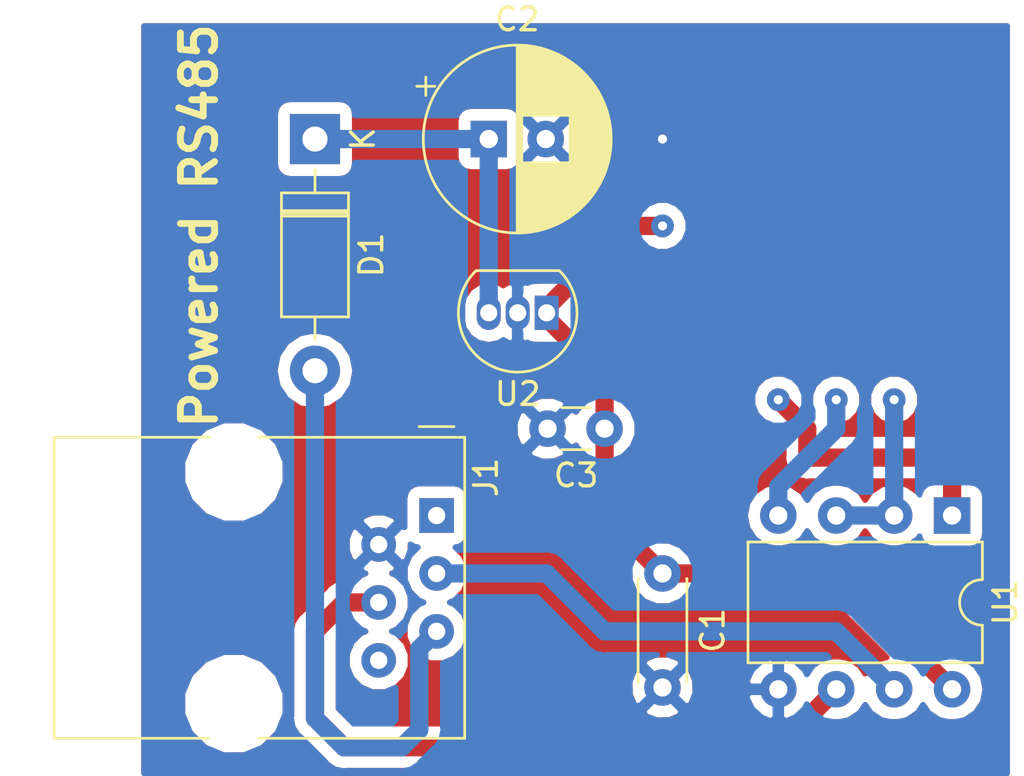
<source format=kicad_pcb>
(kicad_pcb (version 20171130) (host pcbnew 5.0.1-33cea8e~67~ubuntu18.04.1)

  (general
    (thickness 1.6)
    (drawings 1)
    (tracks 43)
    (zones 0)
    (modules 7)
    (nets 12)
  )

  (page A4)
  (layers
    (0 F.Cu signal)
    (31 B.Cu signal)
    (32 B.Adhes user)
    (33 F.Adhes user)
    (34 B.Paste user)
    (35 F.Paste user)
    (36 B.SilkS user)
    (37 F.SilkS user)
    (38 B.Mask user)
    (39 F.Mask user)
    (40 Dwgs.User user)
    (41 Cmts.User user)
    (42 Eco1.User user)
    (43 Eco2.User user)
    (44 Edge.Cuts user)
    (45 Margin user)
    (46 B.CrtYd user)
    (47 F.CrtYd user)
    (48 B.Fab user)
    (49 F.Fab user)
  )

  (setup
    (last_trace_width 0.8)
    (trace_clearance 0.2)
    (zone_clearance 0.508)
    (zone_45_only no)
    (trace_min 0.2)
    (segment_width 0.2)
    (edge_width 0.15)
    (via_size 1)
    (via_drill 0.4)
    (via_min_size 0.4)
    (via_min_drill 0.3)
    (uvia_size 0.3)
    (uvia_drill 0.1)
    (uvias_allowed no)
    (uvia_min_size 0.2)
    (uvia_min_drill 0.1)
    (pcb_text_width 0.3)
    (pcb_text_size 1.5 1.5)
    (mod_edge_width 0.15)
    (mod_text_size 1 1)
    (mod_text_width 0.15)
    (pad_size 1.524 1.524)
    (pad_drill 0.762)
    (pad_to_mask_clearance 0.2)
    (solder_mask_min_width 0.25)
    (aux_axis_origin 0 0)
    (visible_elements 7FFFFFFF)
    (pcbplotparams
      (layerselection 0x010fc_ffffffff)
      (usegerberextensions false)
      (usegerberattributes false)
      (usegerberadvancedattributes false)
      (creategerberjobfile false)
      (excludeedgelayer true)
      (linewidth 0.100000)
      (plotframeref false)
      (viasonmask false)
      (mode 1)
      (useauxorigin false)
      (hpglpennumber 1)
      (hpglpenspeed 20)
      (hpglpendiameter 15.000000)
      (psnegative false)
      (psa4output false)
      (plotreference true)
      (plotvalue true)
      (plotinvisibletext false)
      (padsonsilk false)
      (subtractmaskfromsilk false)
      (outputformat 1)
      (mirror false)
      (drillshape 1)
      (scaleselection 1)
      (outputdirectory ""))
  )

  (net 0 "")
  (net 1 VCC)
  (net 2 GND)
  (net 3 +12V)
  (net 4 "Net-(D1-Pad2)")
  (net 5 "Net-(J1-Pad6)")
  (net 6 /A)
  (net 7 /B)
  (net 8 "Net-(J1-Pad1)")
  (net 9 /RX)
  (net 10 /RWRS)
  (net 11 /TX)

  (net_class Default "This is the default net class."
    (clearance 0.2)
    (trace_width 0.8)
    (via_dia 1)
    (via_drill 0.4)
    (uvia_dia 0.3)
    (uvia_drill 0.1)
    (add_net +12V)
    (add_net /A)
    (add_net /B)
    (add_net /RWRS)
    (add_net /RX)
    (add_net /TX)
    (add_net GND)
    (add_net "Net-(D1-Pad2)")
    (add_net "Net-(J1-Pad1)")
    (add_net "Net-(J1-Pad6)")
    (add_net VCC)
  )

  (module Capacitor_THT:C_Disc_D4.3mm_W1.9mm_P5.00mm (layer F.Cu) (tedit 5AE50EF0) (tstamp 5BC2F139)
    (at 152.4 88.9 270)
    (descr "C, Disc series, Radial, pin pitch=5.00mm, , diameter*width=4.3*1.9mm^2, Capacitor, http://www.vishay.com/docs/45233/krseries.pdf")
    (tags "C Disc series Radial pin pitch 5.00mm  diameter 4.3mm width 1.9mm Capacitor")
    (path /5BB6A47F)
    (fp_text reference C1 (at 2.5 -2.2 270) (layer F.SilkS)
      (effects (font (size 1 1) (thickness 0.15)))
    )
    (fp_text value 100nF (at 3.504999 2.2 270) (layer F.Fab)
      (effects (font (size 1 1) (thickness 0.15)))
    )
    (fp_line (start 0.35 -0.95) (end 0.35 0.95) (layer F.Fab) (width 0.1))
    (fp_line (start 0.35 0.95) (end 4.65 0.95) (layer F.Fab) (width 0.1))
    (fp_line (start 4.65 0.95) (end 4.65 -0.95) (layer F.Fab) (width 0.1))
    (fp_line (start 4.65 -0.95) (end 0.35 -0.95) (layer F.Fab) (width 0.1))
    (fp_line (start 0.23 -1.07) (end 4.77 -1.07) (layer F.SilkS) (width 0.12))
    (fp_line (start 0.23 1.07) (end 4.77 1.07) (layer F.SilkS) (width 0.12))
    (fp_line (start 0.23 -1.07) (end 0.23 -1.055) (layer F.SilkS) (width 0.12))
    (fp_line (start 0.23 1.055) (end 0.23 1.07) (layer F.SilkS) (width 0.12))
    (fp_line (start 4.77 -1.07) (end 4.77 -1.055) (layer F.SilkS) (width 0.12))
    (fp_line (start 4.77 1.055) (end 4.77 1.07) (layer F.SilkS) (width 0.12))
    (fp_line (start -1.05 -1.2) (end -1.05 1.2) (layer F.CrtYd) (width 0.05))
    (fp_line (start -1.05 1.2) (end 6.05 1.2) (layer F.CrtYd) (width 0.05))
    (fp_line (start 6.05 1.2) (end 6.05 -1.2) (layer F.CrtYd) (width 0.05))
    (fp_line (start 6.05 -1.2) (end -1.05 -1.2) (layer F.CrtYd) (width 0.05))
    (fp_text user %R (at 2.234999 0.014999 270) (layer F.Fab)
      (effects (font (size 0.86 0.86) (thickness 0.129)))
    )
    (pad 1 thru_hole circle (at 0 0 270) (size 1.6 1.6) (drill 0.8) (layers *.Cu *.Mask)
      (net 1 VCC))
    (pad 2 thru_hole circle (at 5 0 270) (size 1.6 1.6) (drill 0.8) (layers *.Cu *.Mask)
      (net 2 GND))
    (model ${KISYS3DMOD}/Capacitor_THT.3dshapes/C_Disc_D4.3mm_W1.9mm_P5.00mm.wrl
      (at (xyz 0 0 0))
      (scale (xyz 1 1 1))
      (rotate (xyz 0 0 0))
    )
  )

  (module Capacitor_THT:CP_Radial_D8.0mm_P2.50mm (layer F.Cu) (tedit 5AE50EF0) (tstamp 5BC2F1E2)
    (at 144.78 69.85)
    (descr "CP, Radial series, Radial, pin pitch=2.50mm, , diameter=8mm, Electrolytic Capacitor")
    (tags "CP Radial series Radial pin pitch 2.50mm  diameter 8mm Electrolytic Capacitor")
    (path /5BB6CDC8)
    (fp_text reference C2 (at 1.25 -5.25) (layer F.SilkS)
      (effects (font (size 1 1) (thickness 0.15)))
    )
    (fp_text value 10µF (at 1.25 5.25) (layer F.Fab)
      (effects (font (size 1 1) (thickness 0.15)))
    )
    (fp_circle (center 1.25 0) (end 5.25 0) (layer F.Fab) (width 0.1))
    (fp_circle (center 1.25 0) (end 5.37 0) (layer F.SilkS) (width 0.12))
    (fp_circle (center 1.25 0) (end 5.5 0) (layer F.CrtYd) (width 0.05))
    (fp_line (start -2.176759 -1.7475) (end -1.376759 -1.7475) (layer F.Fab) (width 0.1))
    (fp_line (start -1.776759 -2.1475) (end -1.776759 -1.3475) (layer F.Fab) (width 0.1))
    (fp_line (start 1.25 -4.08) (end 1.25 4.08) (layer F.SilkS) (width 0.12))
    (fp_line (start 1.29 -4.08) (end 1.29 4.08) (layer F.SilkS) (width 0.12))
    (fp_line (start 1.33 -4.08) (end 1.33 4.08) (layer F.SilkS) (width 0.12))
    (fp_line (start 1.37 -4.079) (end 1.37 4.079) (layer F.SilkS) (width 0.12))
    (fp_line (start 1.41 -4.077) (end 1.41 4.077) (layer F.SilkS) (width 0.12))
    (fp_line (start 1.45 -4.076) (end 1.45 4.076) (layer F.SilkS) (width 0.12))
    (fp_line (start 1.49 -4.074) (end 1.49 -1.04) (layer F.SilkS) (width 0.12))
    (fp_line (start 1.49 1.04) (end 1.49 4.074) (layer F.SilkS) (width 0.12))
    (fp_line (start 1.53 -4.071) (end 1.53 -1.04) (layer F.SilkS) (width 0.12))
    (fp_line (start 1.53 1.04) (end 1.53 4.071) (layer F.SilkS) (width 0.12))
    (fp_line (start 1.57 -4.068) (end 1.57 -1.04) (layer F.SilkS) (width 0.12))
    (fp_line (start 1.57 1.04) (end 1.57 4.068) (layer F.SilkS) (width 0.12))
    (fp_line (start 1.61 -4.065) (end 1.61 -1.04) (layer F.SilkS) (width 0.12))
    (fp_line (start 1.61 1.04) (end 1.61 4.065) (layer F.SilkS) (width 0.12))
    (fp_line (start 1.65 -4.061) (end 1.65 -1.04) (layer F.SilkS) (width 0.12))
    (fp_line (start 1.65 1.04) (end 1.65 4.061) (layer F.SilkS) (width 0.12))
    (fp_line (start 1.69 -4.057) (end 1.69 -1.04) (layer F.SilkS) (width 0.12))
    (fp_line (start 1.69 1.04) (end 1.69 4.057) (layer F.SilkS) (width 0.12))
    (fp_line (start 1.73 -4.052) (end 1.73 -1.04) (layer F.SilkS) (width 0.12))
    (fp_line (start 1.73 1.04) (end 1.73 4.052) (layer F.SilkS) (width 0.12))
    (fp_line (start 1.77 -4.048) (end 1.77 -1.04) (layer F.SilkS) (width 0.12))
    (fp_line (start 1.77 1.04) (end 1.77 4.048) (layer F.SilkS) (width 0.12))
    (fp_line (start 1.81 -4.042) (end 1.81 -1.04) (layer F.SilkS) (width 0.12))
    (fp_line (start 1.81 1.04) (end 1.81 4.042) (layer F.SilkS) (width 0.12))
    (fp_line (start 1.85 -4.037) (end 1.85 -1.04) (layer F.SilkS) (width 0.12))
    (fp_line (start 1.85 1.04) (end 1.85 4.037) (layer F.SilkS) (width 0.12))
    (fp_line (start 1.89 -4.03) (end 1.89 -1.04) (layer F.SilkS) (width 0.12))
    (fp_line (start 1.89 1.04) (end 1.89 4.03) (layer F.SilkS) (width 0.12))
    (fp_line (start 1.93 -4.024) (end 1.93 -1.04) (layer F.SilkS) (width 0.12))
    (fp_line (start 1.93 1.04) (end 1.93 4.024) (layer F.SilkS) (width 0.12))
    (fp_line (start 1.971 -4.017) (end 1.971 -1.04) (layer F.SilkS) (width 0.12))
    (fp_line (start 1.971 1.04) (end 1.971 4.017) (layer F.SilkS) (width 0.12))
    (fp_line (start 2.011 -4.01) (end 2.011 -1.04) (layer F.SilkS) (width 0.12))
    (fp_line (start 2.011 1.04) (end 2.011 4.01) (layer F.SilkS) (width 0.12))
    (fp_line (start 2.051 -4.002) (end 2.051 -1.04) (layer F.SilkS) (width 0.12))
    (fp_line (start 2.051 1.04) (end 2.051 4.002) (layer F.SilkS) (width 0.12))
    (fp_line (start 2.091 -3.994) (end 2.091 -1.04) (layer F.SilkS) (width 0.12))
    (fp_line (start 2.091 1.04) (end 2.091 3.994) (layer F.SilkS) (width 0.12))
    (fp_line (start 2.131 -3.985) (end 2.131 -1.04) (layer F.SilkS) (width 0.12))
    (fp_line (start 2.131 1.04) (end 2.131 3.985) (layer F.SilkS) (width 0.12))
    (fp_line (start 2.171 -3.976) (end 2.171 -1.04) (layer F.SilkS) (width 0.12))
    (fp_line (start 2.171 1.04) (end 2.171 3.976) (layer F.SilkS) (width 0.12))
    (fp_line (start 2.211 -3.967) (end 2.211 -1.04) (layer F.SilkS) (width 0.12))
    (fp_line (start 2.211 1.04) (end 2.211 3.967) (layer F.SilkS) (width 0.12))
    (fp_line (start 2.251 -3.957) (end 2.251 -1.04) (layer F.SilkS) (width 0.12))
    (fp_line (start 2.251 1.04) (end 2.251 3.957) (layer F.SilkS) (width 0.12))
    (fp_line (start 2.291 -3.947) (end 2.291 -1.04) (layer F.SilkS) (width 0.12))
    (fp_line (start 2.291 1.04) (end 2.291 3.947) (layer F.SilkS) (width 0.12))
    (fp_line (start 2.331 -3.936) (end 2.331 -1.04) (layer F.SilkS) (width 0.12))
    (fp_line (start 2.331 1.04) (end 2.331 3.936) (layer F.SilkS) (width 0.12))
    (fp_line (start 2.371 -3.925) (end 2.371 -1.04) (layer F.SilkS) (width 0.12))
    (fp_line (start 2.371 1.04) (end 2.371 3.925) (layer F.SilkS) (width 0.12))
    (fp_line (start 2.411 -3.914) (end 2.411 -1.04) (layer F.SilkS) (width 0.12))
    (fp_line (start 2.411 1.04) (end 2.411 3.914) (layer F.SilkS) (width 0.12))
    (fp_line (start 2.451 -3.902) (end 2.451 -1.04) (layer F.SilkS) (width 0.12))
    (fp_line (start 2.451 1.04) (end 2.451 3.902) (layer F.SilkS) (width 0.12))
    (fp_line (start 2.491 -3.889) (end 2.491 -1.04) (layer F.SilkS) (width 0.12))
    (fp_line (start 2.491 1.04) (end 2.491 3.889) (layer F.SilkS) (width 0.12))
    (fp_line (start 2.531 -3.877) (end 2.531 -1.04) (layer F.SilkS) (width 0.12))
    (fp_line (start 2.531 1.04) (end 2.531 3.877) (layer F.SilkS) (width 0.12))
    (fp_line (start 2.571 -3.863) (end 2.571 -1.04) (layer F.SilkS) (width 0.12))
    (fp_line (start 2.571 1.04) (end 2.571 3.863) (layer F.SilkS) (width 0.12))
    (fp_line (start 2.611 -3.85) (end 2.611 -1.04) (layer F.SilkS) (width 0.12))
    (fp_line (start 2.611 1.04) (end 2.611 3.85) (layer F.SilkS) (width 0.12))
    (fp_line (start 2.651 -3.835) (end 2.651 -1.04) (layer F.SilkS) (width 0.12))
    (fp_line (start 2.651 1.04) (end 2.651 3.835) (layer F.SilkS) (width 0.12))
    (fp_line (start 2.691 -3.821) (end 2.691 -1.04) (layer F.SilkS) (width 0.12))
    (fp_line (start 2.691 1.04) (end 2.691 3.821) (layer F.SilkS) (width 0.12))
    (fp_line (start 2.731 -3.805) (end 2.731 -1.04) (layer F.SilkS) (width 0.12))
    (fp_line (start 2.731 1.04) (end 2.731 3.805) (layer F.SilkS) (width 0.12))
    (fp_line (start 2.771 -3.79) (end 2.771 -1.04) (layer F.SilkS) (width 0.12))
    (fp_line (start 2.771 1.04) (end 2.771 3.79) (layer F.SilkS) (width 0.12))
    (fp_line (start 2.811 -3.774) (end 2.811 -1.04) (layer F.SilkS) (width 0.12))
    (fp_line (start 2.811 1.04) (end 2.811 3.774) (layer F.SilkS) (width 0.12))
    (fp_line (start 2.851 -3.757) (end 2.851 -1.04) (layer F.SilkS) (width 0.12))
    (fp_line (start 2.851 1.04) (end 2.851 3.757) (layer F.SilkS) (width 0.12))
    (fp_line (start 2.891 -3.74) (end 2.891 -1.04) (layer F.SilkS) (width 0.12))
    (fp_line (start 2.891 1.04) (end 2.891 3.74) (layer F.SilkS) (width 0.12))
    (fp_line (start 2.931 -3.722) (end 2.931 -1.04) (layer F.SilkS) (width 0.12))
    (fp_line (start 2.931 1.04) (end 2.931 3.722) (layer F.SilkS) (width 0.12))
    (fp_line (start 2.971 -3.704) (end 2.971 -1.04) (layer F.SilkS) (width 0.12))
    (fp_line (start 2.971 1.04) (end 2.971 3.704) (layer F.SilkS) (width 0.12))
    (fp_line (start 3.011 -3.686) (end 3.011 -1.04) (layer F.SilkS) (width 0.12))
    (fp_line (start 3.011 1.04) (end 3.011 3.686) (layer F.SilkS) (width 0.12))
    (fp_line (start 3.051 -3.666) (end 3.051 -1.04) (layer F.SilkS) (width 0.12))
    (fp_line (start 3.051 1.04) (end 3.051 3.666) (layer F.SilkS) (width 0.12))
    (fp_line (start 3.091 -3.647) (end 3.091 -1.04) (layer F.SilkS) (width 0.12))
    (fp_line (start 3.091 1.04) (end 3.091 3.647) (layer F.SilkS) (width 0.12))
    (fp_line (start 3.131 -3.627) (end 3.131 -1.04) (layer F.SilkS) (width 0.12))
    (fp_line (start 3.131 1.04) (end 3.131 3.627) (layer F.SilkS) (width 0.12))
    (fp_line (start 3.171 -3.606) (end 3.171 -1.04) (layer F.SilkS) (width 0.12))
    (fp_line (start 3.171 1.04) (end 3.171 3.606) (layer F.SilkS) (width 0.12))
    (fp_line (start 3.211 -3.584) (end 3.211 -1.04) (layer F.SilkS) (width 0.12))
    (fp_line (start 3.211 1.04) (end 3.211 3.584) (layer F.SilkS) (width 0.12))
    (fp_line (start 3.251 -3.562) (end 3.251 -1.04) (layer F.SilkS) (width 0.12))
    (fp_line (start 3.251 1.04) (end 3.251 3.562) (layer F.SilkS) (width 0.12))
    (fp_line (start 3.291 -3.54) (end 3.291 -1.04) (layer F.SilkS) (width 0.12))
    (fp_line (start 3.291 1.04) (end 3.291 3.54) (layer F.SilkS) (width 0.12))
    (fp_line (start 3.331 -3.517) (end 3.331 -1.04) (layer F.SilkS) (width 0.12))
    (fp_line (start 3.331 1.04) (end 3.331 3.517) (layer F.SilkS) (width 0.12))
    (fp_line (start 3.371 -3.493) (end 3.371 -1.04) (layer F.SilkS) (width 0.12))
    (fp_line (start 3.371 1.04) (end 3.371 3.493) (layer F.SilkS) (width 0.12))
    (fp_line (start 3.411 -3.469) (end 3.411 -1.04) (layer F.SilkS) (width 0.12))
    (fp_line (start 3.411 1.04) (end 3.411 3.469) (layer F.SilkS) (width 0.12))
    (fp_line (start 3.451 -3.444) (end 3.451 -1.04) (layer F.SilkS) (width 0.12))
    (fp_line (start 3.451 1.04) (end 3.451 3.444) (layer F.SilkS) (width 0.12))
    (fp_line (start 3.491 -3.418) (end 3.491 -1.04) (layer F.SilkS) (width 0.12))
    (fp_line (start 3.491 1.04) (end 3.491 3.418) (layer F.SilkS) (width 0.12))
    (fp_line (start 3.531 -3.392) (end 3.531 -1.04) (layer F.SilkS) (width 0.12))
    (fp_line (start 3.531 1.04) (end 3.531 3.392) (layer F.SilkS) (width 0.12))
    (fp_line (start 3.571 -3.365) (end 3.571 3.365) (layer F.SilkS) (width 0.12))
    (fp_line (start 3.611 -3.338) (end 3.611 3.338) (layer F.SilkS) (width 0.12))
    (fp_line (start 3.651 -3.309) (end 3.651 3.309) (layer F.SilkS) (width 0.12))
    (fp_line (start 3.691 -3.28) (end 3.691 3.28) (layer F.SilkS) (width 0.12))
    (fp_line (start 3.731 -3.25) (end 3.731 3.25) (layer F.SilkS) (width 0.12))
    (fp_line (start 3.771 -3.22) (end 3.771 3.22) (layer F.SilkS) (width 0.12))
    (fp_line (start 3.811 -3.189) (end 3.811 3.189) (layer F.SilkS) (width 0.12))
    (fp_line (start 3.851 -3.156) (end 3.851 3.156) (layer F.SilkS) (width 0.12))
    (fp_line (start 3.891 -3.124) (end 3.891 3.124) (layer F.SilkS) (width 0.12))
    (fp_line (start 3.931 -3.09) (end 3.931 3.09) (layer F.SilkS) (width 0.12))
    (fp_line (start 3.971 -3.055) (end 3.971 3.055) (layer F.SilkS) (width 0.12))
    (fp_line (start 4.011 -3.019) (end 4.011 3.019) (layer F.SilkS) (width 0.12))
    (fp_line (start 4.051 -2.983) (end 4.051 2.983) (layer F.SilkS) (width 0.12))
    (fp_line (start 4.091 -2.945) (end 4.091 2.945) (layer F.SilkS) (width 0.12))
    (fp_line (start 4.131 -2.907) (end 4.131 2.907) (layer F.SilkS) (width 0.12))
    (fp_line (start 4.171 -2.867) (end 4.171 2.867) (layer F.SilkS) (width 0.12))
    (fp_line (start 4.211 -2.826) (end 4.211 2.826) (layer F.SilkS) (width 0.12))
    (fp_line (start 4.251 -2.784) (end 4.251 2.784) (layer F.SilkS) (width 0.12))
    (fp_line (start 4.291 -2.741) (end 4.291 2.741) (layer F.SilkS) (width 0.12))
    (fp_line (start 4.331 -2.697) (end 4.331 2.697) (layer F.SilkS) (width 0.12))
    (fp_line (start 4.371 -2.651) (end 4.371 2.651) (layer F.SilkS) (width 0.12))
    (fp_line (start 4.411 -2.604) (end 4.411 2.604) (layer F.SilkS) (width 0.12))
    (fp_line (start 4.451 -2.556) (end 4.451 2.556) (layer F.SilkS) (width 0.12))
    (fp_line (start 4.491 -2.505) (end 4.491 2.505) (layer F.SilkS) (width 0.12))
    (fp_line (start 4.531 -2.454) (end 4.531 2.454) (layer F.SilkS) (width 0.12))
    (fp_line (start 4.571 -2.4) (end 4.571 2.4) (layer F.SilkS) (width 0.12))
    (fp_line (start 4.611 -2.345) (end 4.611 2.345) (layer F.SilkS) (width 0.12))
    (fp_line (start 4.651 -2.287) (end 4.651 2.287) (layer F.SilkS) (width 0.12))
    (fp_line (start 4.691 -2.228) (end 4.691 2.228) (layer F.SilkS) (width 0.12))
    (fp_line (start 4.731 -2.166) (end 4.731 2.166) (layer F.SilkS) (width 0.12))
    (fp_line (start 4.771 -2.102) (end 4.771 2.102) (layer F.SilkS) (width 0.12))
    (fp_line (start 4.811 -2.034) (end 4.811 2.034) (layer F.SilkS) (width 0.12))
    (fp_line (start 4.851 -1.964) (end 4.851 1.964) (layer F.SilkS) (width 0.12))
    (fp_line (start 4.891 -1.89) (end 4.891 1.89) (layer F.SilkS) (width 0.12))
    (fp_line (start 4.931 -1.813) (end 4.931 1.813) (layer F.SilkS) (width 0.12))
    (fp_line (start 4.971 -1.731) (end 4.971 1.731) (layer F.SilkS) (width 0.12))
    (fp_line (start 5.011 -1.645) (end 5.011 1.645) (layer F.SilkS) (width 0.12))
    (fp_line (start 5.051 -1.552) (end 5.051 1.552) (layer F.SilkS) (width 0.12))
    (fp_line (start 5.091 -1.453) (end 5.091 1.453) (layer F.SilkS) (width 0.12))
    (fp_line (start 5.131 -1.346) (end 5.131 1.346) (layer F.SilkS) (width 0.12))
    (fp_line (start 5.171 -1.229) (end 5.171 1.229) (layer F.SilkS) (width 0.12))
    (fp_line (start 5.211 -1.098) (end 5.211 1.098) (layer F.SilkS) (width 0.12))
    (fp_line (start 5.251 -0.948) (end 5.251 0.948) (layer F.SilkS) (width 0.12))
    (fp_line (start 5.291 -0.768) (end 5.291 0.768) (layer F.SilkS) (width 0.12))
    (fp_line (start 5.331 -0.533) (end 5.331 0.533) (layer F.SilkS) (width 0.12))
    (fp_line (start -3.159698 -2.315) (end -2.359698 -2.315) (layer F.SilkS) (width 0.12))
    (fp_line (start -2.759698 -2.715) (end -2.759698 -1.915) (layer F.SilkS) (width 0.12))
    (fp_text user %R (at 1.25 0) (layer F.Fab)
      (effects (font (size 1 1) (thickness 0.15)))
    )
    (pad 1 thru_hole rect (at 0 0) (size 1.6 1.6) (drill 0.8) (layers *.Cu *.Mask)
      (net 3 +12V))
    (pad 2 thru_hole circle (at 2.5 0) (size 1.6 1.6) (drill 0.8) (layers *.Cu *.Mask)
      (net 2 GND))
    (model ${KISYS3DMOD}/Capacitor_THT.3dshapes/CP_Radial_D8.0mm_P2.50mm.wrl
      (at (xyz 0 0 0))
      (scale (xyz 1 1 1))
      (rotate (xyz 0 0 0))
    )
  )

  (module Capacitor_THT:C_Disc_D3.0mm_W1.6mm_P2.50mm (layer F.Cu) (tedit 5AE50EF0) (tstamp 5BC2F1F3)
    (at 149.86 82.55 180)
    (descr "C, Disc series, Radial, pin pitch=2.50mm, , diameter*width=3.0*1.6mm^2, Capacitor, http://www.vishay.com/docs/45233/krseries.pdf")
    (tags "C Disc series Radial pin pitch 2.50mm  diameter 3.0mm width 1.6mm Capacitor")
    (path /5BB6C371)
    (fp_text reference C3 (at 1.25 -2.05 180) (layer F.SilkS)
      (effects (font (size 1 1) (thickness 0.15)))
    )
    (fp_text value 1µf (at 1.25 2.05 180) (layer F.Fab)
      (effects (font (size 1 1) (thickness 0.15)))
    )
    (fp_line (start -0.25 -0.8) (end -0.25 0.8) (layer F.Fab) (width 0.1))
    (fp_line (start -0.25 0.8) (end 2.75 0.8) (layer F.Fab) (width 0.1))
    (fp_line (start 2.75 0.8) (end 2.75 -0.8) (layer F.Fab) (width 0.1))
    (fp_line (start 2.75 -0.8) (end -0.25 -0.8) (layer F.Fab) (width 0.1))
    (fp_line (start 0.621 -0.92) (end 1.879 -0.92) (layer F.SilkS) (width 0.12))
    (fp_line (start 0.621 0.92) (end 1.879 0.92) (layer F.SilkS) (width 0.12))
    (fp_line (start -1.05 -1.05) (end -1.05 1.05) (layer F.CrtYd) (width 0.05))
    (fp_line (start -1.05 1.05) (end 3.55 1.05) (layer F.CrtYd) (width 0.05))
    (fp_line (start 3.55 1.05) (end 3.55 -1.05) (layer F.CrtYd) (width 0.05))
    (fp_line (start 3.55 -1.05) (end -1.05 -1.05) (layer F.CrtYd) (width 0.05))
    (fp_text user %R (at 1.25 0 180) (layer F.Fab)
      (effects (font (size 0.6 0.6) (thickness 0.09)))
    )
    (pad 1 thru_hole circle (at 0 0 180) (size 1.6 1.6) (drill 0.8) (layers *.Cu *.Mask)
      (net 1 VCC))
    (pad 2 thru_hole circle (at 2.5 0 180) (size 1.6 1.6) (drill 0.8) (layers *.Cu *.Mask)
      (net 2 GND))
    (model ${KISYS3DMOD}/Capacitor_THT.3dshapes/C_Disc_D3.0mm_W1.6mm_P2.50mm.wrl
      (at (xyz 0 0 0))
      (scale (xyz 1 1 1))
      (rotate (xyz 0 0 0))
    )
  )

  (module Diode_THT:D_DO-41_SOD81_P10.16mm_Horizontal (layer F.Cu) (tedit 5AE50CD5) (tstamp 5BC2F212)
    (at 137.16 69.85 270)
    (descr "Diode, DO-41_SOD81 series, Axial, Horizontal, pin pitch=10.16mm, , length*diameter=5.2*2.7mm^2, , http://www.diodes.com/_files/packages/DO-41%20(Plastic).pdf")
    (tags "Diode DO-41_SOD81 series Axial Horizontal pin pitch 10.16mm  length 5.2mm diameter 2.7mm")
    (path /5BB6B6F0)
    (fp_text reference D1 (at 5.08 -2.47 270) (layer F.SilkS)
      (effects (font (size 1 1) (thickness 0.15)))
    )
    (fp_text value 1N4001 (at 5.08 2.47 270) (layer F.Fab)
      (effects (font (size 1 1) (thickness 0.15)))
    )
    (fp_line (start 2.48 -1.35) (end 2.48 1.35) (layer F.Fab) (width 0.1))
    (fp_line (start 2.48 1.35) (end 7.68 1.35) (layer F.Fab) (width 0.1))
    (fp_line (start 7.68 1.35) (end 7.68 -1.35) (layer F.Fab) (width 0.1))
    (fp_line (start 7.68 -1.35) (end 2.48 -1.35) (layer F.Fab) (width 0.1))
    (fp_line (start 0 0) (end 2.48 0) (layer F.Fab) (width 0.1))
    (fp_line (start 10.16 0) (end 7.68 0) (layer F.Fab) (width 0.1))
    (fp_line (start 3.26 -1.35) (end 3.26 1.35) (layer F.Fab) (width 0.1))
    (fp_line (start 3.36 -1.35) (end 3.36 1.35) (layer F.Fab) (width 0.1))
    (fp_line (start 3.16 -1.35) (end 3.16 1.35) (layer F.Fab) (width 0.1))
    (fp_line (start 2.36 -1.47) (end 2.36 1.47) (layer F.SilkS) (width 0.12))
    (fp_line (start 2.36 1.47) (end 7.8 1.47) (layer F.SilkS) (width 0.12))
    (fp_line (start 7.8 1.47) (end 7.8 -1.47) (layer F.SilkS) (width 0.12))
    (fp_line (start 7.8 -1.47) (end 2.36 -1.47) (layer F.SilkS) (width 0.12))
    (fp_line (start 1.34 0) (end 2.36 0) (layer F.SilkS) (width 0.12))
    (fp_line (start 8.82 0) (end 7.8 0) (layer F.SilkS) (width 0.12))
    (fp_line (start 3.26 -1.47) (end 3.26 1.47) (layer F.SilkS) (width 0.12))
    (fp_line (start 3.38 -1.47) (end 3.38 1.47) (layer F.SilkS) (width 0.12))
    (fp_line (start 3.14 -1.47) (end 3.14 1.47) (layer F.SilkS) (width 0.12))
    (fp_line (start -1.35 -1.6) (end -1.35 1.6) (layer F.CrtYd) (width 0.05))
    (fp_line (start -1.35 1.6) (end 11.51 1.6) (layer F.CrtYd) (width 0.05))
    (fp_line (start 11.51 1.6) (end 11.51 -1.6) (layer F.CrtYd) (width 0.05))
    (fp_line (start 11.51 -1.6) (end -1.35 -1.6) (layer F.CrtYd) (width 0.05))
    (fp_text user %R (at 4.474999 0 270) (layer F.Fab)
      (effects (font (size 1 1) (thickness 0.15)))
    )
    (fp_text user K (at 0 -2.1 270) (layer F.Fab)
      (effects (font (size 1 1) (thickness 0.15)))
    )
    (fp_text user K (at 0 -2.1 270) (layer F.SilkS)
      (effects (font (size 1 1) (thickness 0.15)))
    )
    (pad 1 thru_hole rect (at 0 0 270) (size 2.2 2.2) (drill 1.1) (layers *.Cu *.Mask)
      (net 3 +12V))
    (pad 2 thru_hole oval (at 10.16 0 270) (size 2.2 2.2) (drill 1.1) (layers *.Cu *.Mask)
      (net 4 "Net-(D1-Pad2)"))
    (model ${KISYS3DMOD}/Diode_THT.3dshapes/D_DO-41_SOD81_P10.16mm_Horizontal.wrl
      (at (xyz 0 0 0))
      (scale (xyz 1 1 1))
      (rotate (xyz 0 0 0))
    )
  )

  (module Connector_RJ:RJ12_Amphenol_54601 (layer F.Cu) (tedit 5AE2E32D) (tstamp 5BC2F234)
    (at 142.495001 86.36 270)
    (descr "RJ12 connector  https://cdn.amphenol-icc.com/media/wysiwyg/files/drawing/c-bmj-0082.pdf")
    (tags "RJ12 connector")
    (path /5BB6B2B5)
    (fp_text reference J1 (at -1.67 -2.16 270) (layer F.SilkS)
      (effects (font (size 1 1) (thickness 0.15)))
    )
    (fp_text value RJ12 (at 3.54 18.3 270) (layer F.Fab)
      (effects (font (size 1 1) (thickness 0.15)))
    )
    (fp_line (start -3.43 -0.48) (end -3.43 -1.23) (layer F.Fab) (width 0.1))
    (fp_line (start -2.93 0.02) (end -3.43 -0.48) (layer F.Fab) (width 0.1))
    (fp_line (start -3.43 0.52) (end -2.93 0.02) (layer F.Fab) (width 0.1))
    (fp_line (start -3.9 0.77) (end -3.9 -0.76) (layer F.SilkS) (width 0.12))
    (fp_line (start -3.43 7.79) (end -3.43 -1.23) (layer F.SilkS) (width 0.12))
    (fp_line (start -3.43 7.72) (end -3.43 7.79) (layer F.SilkS) (width 0.1))
    (fp_line (start -3.43 16.77) (end -3.43 9.99) (layer F.SilkS) (width 0.12))
    (fp_line (start 9.77 16.77) (end -3.43 16.77) (layer F.SilkS) (width 0.12))
    (fp_line (start 9.77 16.76) (end 9.77 16.77) (layer F.SilkS) (width 0.1))
    (fp_line (start 9.77 16.77) (end 9.77 9.99) (layer F.SilkS) (width 0.12))
    (fp_line (start 9.77 16.65) (end 9.77 16.77) (layer F.SilkS) (width 0.1))
    (fp_line (start 9.77 -1.23) (end 9.77 7.79) (layer F.SilkS) (width 0.12))
    (fp_line (start -3.43 -1.23) (end 9.77 -1.23) (layer F.SilkS) (width 0.12))
    (fp_line (start -4.04 17.27) (end -4.04 -1.73) (layer F.CrtYd) (width 0.05))
    (fp_line (start 10.38 17.27) (end -4.04 17.27) (layer F.CrtYd) (width 0.05))
    (fp_line (start 10.38 -1.73) (end 10.38 17.27) (layer F.CrtYd) (width 0.05))
    (fp_line (start -4.04 -1.73) (end 10.38 -1.73) (layer F.CrtYd) (width 0.05))
    (fp_line (start 9.77 16.77) (end -3.43 16.77) (layer F.Fab) (width 0.1))
    (fp_line (start 9.77 -1.23) (end 9.77 16.77) (layer F.Fab) (width 0.1))
    (fp_line (start -3.43 -1.23) (end 9.77 -1.23) (layer F.Fab) (width 0.1))
    (fp_line (start -3.43 16.77) (end -3.43 0.52) (layer F.Fab) (width 0.1))
    (fp_text user %R (at 3.16 7.76 270) (layer F.Fab)
      (effects (font (size 1 1) (thickness 0.15)))
    )
    (pad "" np_thru_hole circle (at 8.25 8.89 270) (size 3.25 3.25) (drill 3.25) (layers *.Cu *.Mask))
    (pad 6 thru_hole circle (at 6.35 2.54 270) (size 1.52 1.52) (drill 0.76) (layers *.Cu *.Mask)
      (net 5 "Net-(J1-Pad6)"))
    (pad 5 thru_hole circle (at 5.08 0 270) (size 1.52 1.52) (drill 0.76) (layers *.Cu *.Mask)
      (net 4 "Net-(D1-Pad2)"))
    (pad 4 thru_hole circle (at 3.81 2.54 270) (size 1.52 1.52) (drill 0.76) (layers *.Cu *.Mask)
      (net 6 /A))
    (pad 3 thru_hole circle (at 2.54 0 270) (size 1.52 1.52) (drill 0.76) (layers *.Cu *.Mask)
      (net 7 /B))
    (pad 2 thru_hole circle (at 1.27 2.54 270) (size 1.52 1.52) (drill 0.76) (layers *.Cu *.Mask)
      (net 2 GND))
    (pad "" np_thru_hole circle (at -1.91 8.89 270) (size 3.25 3.25) (drill 3.25) (layers *.Cu *.Mask))
    (pad 1 thru_hole rect (at 0 0 270) (size 1.52 1.52) (drill 0.76) (layers *.Cu *.Mask)
      (net 8 "Net-(J1-Pad1)"))
    (model ${KISYS3DMOD}/Connector_RJ.3dshapes/RJ12_Amphenol_54601.wrl
      (at (xyz 0 0 0))
      (scale (xyz 1 1 1))
      (rotate (xyz 0 0 0))
    )
    (model ${KISYS3DMOD}/r_conectores2/RJ12_4.WRL
      (offset (xyz 4 -5 0))
      (scale (xyz 1.3 1.3 1.3))
      (rotate (xyz 0 0 0))
    )
  )

  (module Package_DIP:DIP-8_W7.62mm (layer F.Cu) (tedit 5A02E8C5) (tstamp 5BC2F250)
    (at 165.1 86.36 270)
    (descr "8-lead though-hole mounted DIP package, row spacing 7.62 mm (300 mils)")
    (tags "THT DIP DIL PDIP 2.54mm 7.62mm 300mil")
    (path /5BB6AC7E)
    (fp_text reference U1 (at 3.81 -2.33 270) (layer F.SilkS)
      (effects (font (size 1 1) (thickness 0.15)))
    )
    (fp_text value MAX3483 (at 3.81 9.95 270) (layer F.Fab)
      (effects (font (size 1 1) (thickness 0.15)))
    )
    (fp_arc (start 3.81 -1.33) (end 2.81 -1.33) (angle -180) (layer F.SilkS) (width 0.12))
    (fp_line (start 1.635 -1.27) (end 6.985 -1.27) (layer F.Fab) (width 0.1))
    (fp_line (start 6.985 -1.27) (end 6.985 8.89) (layer F.Fab) (width 0.1))
    (fp_line (start 6.985 8.89) (end 0.635 8.89) (layer F.Fab) (width 0.1))
    (fp_line (start 0.635 8.89) (end 0.635 -0.27) (layer F.Fab) (width 0.1))
    (fp_line (start 0.635 -0.27) (end 1.635 -1.27) (layer F.Fab) (width 0.1))
    (fp_line (start 2.81 -1.33) (end 1.16 -1.33) (layer F.SilkS) (width 0.12))
    (fp_line (start 1.16 -1.33) (end 1.16 8.95) (layer F.SilkS) (width 0.12))
    (fp_line (start 1.16 8.95) (end 6.46 8.95) (layer F.SilkS) (width 0.12))
    (fp_line (start 6.46 8.95) (end 6.46 -1.33) (layer F.SilkS) (width 0.12))
    (fp_line (start 6.46 -1.33) (end 4.81 -1.33) (layer F.SilkS) (width 0.12))
    (fp_line (start -1.1 -1.55) (end -1.1 9.15) (layer F.CrtYd) (width 0.05))
    (fp_line (start -1.1 9.15) (end 8.7 9.15) (layer F.CrtYd) (width 0.05))
    (fp_line (start 8.7 9.15) (end 8.7 -1.55) (layer F.CrtYd) (width 0.05))
    (fp_line (start 8.7 -1.55) (end -1.1 -1.55) (layer F.CrtYd) (width 0.05))
    (fp_text user %R (at 3.81 3.81 270) (layer F.Fab)
      (effects (font (size 1 1) (thickness 0.15)))
    )
    (pad 1 thru_hole rect (at 0 0 270) (size 1.6 1.6) (drill 0.8) (layers *.Cu *.Mask)
      (net 9 /RX))
    (pad 5 thru_hole oval (at 7.62 7.62 270) (size 1.6 1.6) (drill 0.8) (layers *.Cu *.Mask)
      (net 2 GND))
    (pad 2 thru_hole oval (at 0 2.54 270) (size 1.6 1.6) (drill 0.8) (layers *.Cu *.Mask)
      (net 10 /RWRS))
    (pad 6 thru_hole oval (at 7.62 5.08 270) (size 1.6 1.6) (drill 0.8) (layers *.Cu *.Mask)
      (net 6 /A))
    (pad 3 thru_hole oval (at 0 5.08 270) (size 1.6 1.6) (drill 0.8) (layers *.Cu *.Mask)
      (net 10 /RWRS))
    (pad 7 thru_hole oval (at 7.62 2.54 270) (size 1.6 1.6) (drill 0.8) (layers *.Cu *.Mask)
      (net 7 /B))
    (pad 4 thru_hole oval (at 0 7.62 270) (size 1.6 1.6) (drill 0.8) (layers *.Cu *.Mask)
      (net 11 /TX))
    (pad 8 thru_hole oval (at 7.62 0 270) (size 1.6 1.6) (drill 0.8) (layers *.Cu *.Mask)
      (net 1 VCC))
    (model ${KISYS3DMOD}/Package_DIP.3dshapes/DIP-8_W7.62mm.wrl
      (at (xyz 0 0 0))
      (scale (xyz 1 1 1))
      (rotate (xyz 0 0 0))
    )
  )

  (module Package_TO_SOT_THT:TO-92_Inline (layer F.Cu) (tedit 5A1DD157) (tstamp 5BC2F262)
    (at 147.32 77.47 180)
    (descr "TO-92 leads in-line, narrow, oval pads, drill 0.75mm (see NXP sot054_po.pdf)")
    (tags "to-92 sc-43 sc-43a sot54 PA33 transistor")
    (path /5BB6C223)
    (fp_text reference U2 (at 1.27 -3.56 180) (layer F.SilkS)
      (effects (font (size 1 1) (thickness 0.15)))
    )
    (fp_text value LM78L05_TO92 (at 1.27 2.79 180) (layer F.Fab)
      (effects (font (size 1 1) (thickness 0.15)))
    )
    (fp_text user %R (at 1.27 -3.56 180) (layer F.Fab)
      (effects (font (size 1 1) (thickness 0.15)))
    )
    (fp_line (start -0.53 1.85) (end 3.07 1.85) (layer F.SilkS) (width 0.12))
    (fp_line (start -0.5 1.75) (end 3 1.75) (layer F.Fab) (width 0.1))
    (fp_line (start -1.46 -2.73) (end 4 -2.73) (layer F.CrtYd) (width 0.05))
    (fp_line (start -1.46 -2.73) (end -1.46 2.01) (layer F.CrtYd) (width 0.05))
    (fp_line (start 4 2.01) (end 4 -2.73) (layer F.CrtYd) (width 0.05))
    (fp_line (start 4 2.01) (end -1.46 2.01) (layer F.CrtYd) (width 0.05))
    (fp_arc (start 1.27 0) (end 1.27 -2.48) (angle 135) (layer F.Fab) (width 0.1))
    (fp_arc (start 1.27 0) (end 1.27 -2.6) (angle -135) (layer F.SilkS) (width 0.12))
    (fp_arc (start 1.27 0) (end 1.27 -2.48) (angle -135) (layer F.Fab) (width 0.1))
    (fp_arc (start 1.27 0) (end 1.27 -2.6) (angle 135) (layer F.SilkS) (width 0.12))
    (pad 2 thru_hole oval (at 1.27 0 180) (size 1.05 1.5) (drill 0.75) (layers *.Cu *.Mask)
      (net 2 GND))
    (pad 3 thru_hole oval (at 2.54 0 180) (size 1.05 1.5) (drill 0.75) (layers *.Cu *.Mask)
      (net 3 +12V))
    (pad 1 thru_hole rect (at 0 0 180) (size 1.05 1.5) (drill 0.75) (layers *.Cu *.Mask)
      (net 1 VCC))
    (model ${KISYS3DMOD}/Package_TO_SOT_THT.3dshapes/TO-92_Inline.wrl
      (at (xyz 0 0 0))
      (scale (xyz 1 1 1))
      (rotate (xyz 0 0 0))
    )
  )

  (gr_text "Powered RS485" (at 132.08 73.66 90) (layer F.SilkS)
    (effects (font (size 1.5 1.5) (thickness 0.3)))
  )

  (via (at 152.4 73.66) (size 1) (drill 0.4) (layers F.Cu B.Cu) (net 1))
  (segment (start 147.32 77.245) (end 150.905 73.66) (width 0.8) (layer F.Cu) (net 1))
  (segment (start 147.32 77.47) (end 147.32 77.245) (width 0.8) (layer F.Cu) (net 1))
  (segment (start 150.905 73.66) (end 152.4 73.66) (width 0.8) (layer F.Cu) (net 1))
  (segment (start 147.32 77.695) (end 147.32 77.47) (width 0.8) (layer F.Cu) (net 1))
  (segment (start 149.86 80.235) (end 147.32 77.695) (width 0.8) (layer F.Cu) (net 1))
  (segment (start 149.86 82.55) (end 149.86 80.235) (width 0.8) (layer F.Cu) (net 1))
  (segment (start 149.86 86.36) (end 152.4 88.9) (width 0.8) (layer F.Cu) (net 1))
  (segment (start 149.86 82.55) (end 149.86 86.36) (width 0.8) (layer F.Cu) (net 1))
  (segment (start 160.02 88.9) (end 165.1 93.98) (width 0.8) (layer F.Cu) (net 1))
  (segment (start 152.4 88.9) (end 160.02 88.9) (width 0.8) (layer F.Cu) (net 1))
  (via (at 152.4 69.85) (size 1) (drill 0.4) (layers F.Cu B.Cu) (net 2))
  (segment (start 144.78 69.85) (end 137.16 69.85) (width 0.8) (layer B.Cu) (net 3))
  (segment (start 144.78 77.47) (end 144.78 69.85) (width 0.8) (layer B.Cu) (net 3))
  (segment (start 141.735002 92.199999) (end 141.735002 95.754998) (width 0.8) (layer B.Cu) (net 4))
  (segment (start 142.495001 91.44) (end 141.735002 92.199999) (width 0.8) (layer B.Cu) (net 4))
  (segment (start 141.735002 95.754998) (end 140.97 96.52) (width 0.8) (layer B.Cu) (net 4))
  (segment (start 140.97 96.52) (end 138.43 96.52) (width 0.8) (layer B.Cu) (net 4))
  (segment (start 138.43 96.52) (end 137.16 95.25) (width 0.8) (layer B.Cu) (net 4))
  (segment (start 137.16 95.25) (end 137.16 80.01) (width 0.8) (layer B.Cu) (net 4))
  (segment (start 160.02 93.98) (end 157.48 96.52) (width 0.8) (layer F.Cu) (net 6))
  (segment (start 157.48 96.52) (end 138.43 96.52) (width 0.8) (layer F.Cu) (net 6))
  (segment (start 138.43 96.52) (end 137.16 95.25) (width 0.8) (layer F.Cu) (net 6))
  (segment (start 137.16 95.25) (end 137.16 91.44) (width 0.8) (layer F.Cu) (net 6))
  (segment (start 137.16 91.44) (end 138.43 90.17) (width 0.8) (layer F.Cu) (net 6))
  (segment (start 138.43 90.17) (end 139.955001 90.17) (width 0.8) (layer F.Cu) (net 6))
  (segment (start 142.495001 88.9) (end 147.32 88.9) (width 0.8) (layer B.Cu) (net 7))
  (segment (start 147.32 88.9) (end 149.86 91.44) (width 0.8) (layer B.Cu) (net 7))
  (segment (start 160.02 91.44) (end 162.56 93.98) (width 0.8) (layer B.Cu) (net 7))
  (segment (start 149.86 91.44) (end 160.02 91.44) (width 0.8) (layer B.Cu) (net 7))
  (via (at 157.48 81.28) (size 1) (drill 0.4) (layers F.Cu B.Cu) (net 9))
  (segment (start 165.1 84.76) (end 164.16 83.82) (width 0.8) (layer F.Cu) (net 9))
  (segment (start 165.1 86.36) (end 165.1 84.76) (width 0.8) (layer F.Cu) (net 9))
  (segment (start 164.16 83.82) (end 158.75 83.82) (width 0.8) (layer F.Cu) (net 9))
  (segment (start 158.75 82.55) (end 157.48 81.28) (width 0.8) (layer F.Cu) (net 9))
  (segment (start 158.75 83.82) (end 158.75 82.55) (width 0.8) (layer F.Cu) (net 9))
  (via (at 162.56 81.28) (size 1) (drill 0.4) (layers F.Cu B.Cu) (net 10))
  (segment (start 162.56 86.36) (end 160.02 86.36) (width 0.8) (layer B.Cu) (net 10))
  (segment (start 162.56 86.36) (end 162.56 81.28) (width 0.8) (layer B.Cu) (net 10))
  (via (at 160.02 81.28) (size 1) (drill 0.4) (layers F.Cu B.Cu) (net 11))
  (segment (start 157.48 86.36) (end 157.48 85.09) (width 0.8) (layer B.Cu) (net 11))
  (segment (start 160.02 82.55) (end 160.02 81.28) (width 0.8) (layer B.Cu) (net 11))
  (segment (start 157.48 85.09) (end 160.02 82.55) (width 0.8) (layer B.Cu) (net 11))

  (zone (net 2) (net_name GND) (layer B.Cu) (tstamp 0) (hatch edge 0.508)
    (connect_pads (clearance 0.508))
    (min_thickness 0.254)
    (fill yes (arc_segments 16) (thermal_gap 0.508) (thermal_bridge_width 0.508))
    (polygon
      (pts
        (xy 167.64 97.79) (xy 129.54 97.79) (xy 129.54 64.77) (xy 167.64 64.77)
      )
    )
    (filled_polygon
      (pts
        (xy 167.513 97.663) (xy 129.667 97.663) (xy 129.667 94.160458) (xy 131.345001 94.160458) (xy 131.345001 95.059542)
        (xy 131.689066 95.890187) (xy 132.324814 96.525935) (xy 133.155459 96.87) (xy 134.054543 96.87) (xy 134.885188 96.525935)
        (xy 135.520936 95.890187) (xy 135.865001 95.059542) (xy 135.865001 94.160458) (xy 135.520936 93.329813) (xy 134.885188 92.694065)
        (xy 134.054543 92.35) (xy 133.155459 92.35) (xy 132.324814 92.694065) (xy 131.689066 93.329813) (xy 131.345001 94.160458)
        (xy 129.667 94.160458) (xy 129.667 84.000458) (xy 131.345001 84.000458) (xy 131.345001 84.899542) (xy 131.689066 85.730187)
        (xy 132.324814 86.365935) (xy 133.155459 86.71) (xy 134.054543 86.71) (xy 134.885188 86.365935) (xy 135.520936 85.730187)
        (xy 135.865001 84.899542) (xy 135.865001 84.000458) (xy 135.520936 83.169813) (xy 134.885188 82.534065) (xy 134.054543 82.19)
        (xy 133.155459 82.19) (xy 132.324814 82.534065) (xy 131.689066 83.169813) (xy 131.345001 84.000458) (xy 129.667 84.000458)
        (xy 129.667 80.01) (xy 135.39101 80.01) (xy 135.525666 80.686963) (xy 135.909135 81.260865) (xy 136.125001 81.405102)
        (xy 136.125 95.148066) (xy 136.104724 95.25) (xy 136.125 95.351934) (xy 136.185052 95.653836) (xy 136.413807 95.996192)
        (xy 136.500224 96.053934) (xy 137.626065 97.179776) (xy 137.683807 97.266193) (xy 137.770223 97.323934) (xy 138.026163 97.494948)
        (xy 138.429999 97.575276) (xy 138.531934 97.555) (xy 140.868066 97.555) (xy 140.97 97.575276) (xy 141.071934 97.555)
        (xy 141.071935 97.555) (xy 141.373837 97.494948) (xy 141.716193 97.266193) (xy 141.773937 97.179773) (xy 142.394781 96.55893)
        (xy 142.481195 96.50119) (xy 142.612101 96.305276) (xy 142.70995 96.158835) (xy 142.790278 95.754999) (xy 142.770002 95.653064)
        (xy 142.770002 94.907745) (xy 151.571861 94.907745) (xy 151.645995 95.153864) (xy 152.183223 95.346965) (xy 152.753454 95.319778)
        (xy 153.154005 95.153864) (xy 153.228139 94.907745) (xy 152.4 94.079605) (xy 151.571861 94.907745) (xy 142.770002 94.907745)
        (xy 142.770002 93.683223) (xy 150.953035 93.683223) (xy 150.980222 94.253454) (xy 151.146136 94.654005) (xy 151.392255 94.728139)
        (xy 152.220395 93.9) (xy 152.579605 93.9) (xy 153.407745 94.728139) (xy 153.653864 94.654005) (xy 153.770668 94.329041)
        (xy 156.088086 94.329041) (xy 156.327611 94.835134) (xy 156.742577 95.211041) (xy 157.130961 95.371904) (xy 157.353 95.249915)
        (xy 157.353 94.107) (xy 156.209371 94.107) (xy 156.088086 94.329041) (xy 153.770668 94.329041) (xy 153.846965 94.116777)
        (xy 153.823803 93.630959) (xy 156.088086 93.630959) (xy 156.209371 93.853) (xy 157.353 93.853) (xy 157.353 92.710085)
        (xy 157.130961 92.588096) (xy 156.742577 92.748959) (xy 156.327611 93.124866) (xy 156.088086 93.630959) (xy 153.823803 93.630959)
        (xy 153.819778 93.546546) (xy 153.653864 93.145995) (xy 153.407745 93.071861) (xy 152.579605 93.9) (xy 152.220395 93.9)
        (xy 151.392255 93.071861) (xy 151.146136 93.145995) (xy 150.953035 93.683223) (xy 142.770002 93.683223) (xy 142.770001 92.835)
        (xy 142.772484 92.835) (xy 143.285205 92.622624) (xy 143.677625 92.230204) (xy 143.890001 91.717483) (xy 143.890001 91.162517)
        (xy 143.677625 90.649796) (xy 143.285205 90.257376) (xy 143.074261 90.17) (xy 143.285205 90.082624) (xy 143.432829 89.935)
        (xy 146.89129 89.935) (xy 149.056065 92.099776) (xy 149.113807 92.186193) (xy 149.456163 92.414948) (xy 149.758065 92.475)
        (xy 149.75807 92.475) (xy 149.859999 92.495275) (xy 149.961929 92.475) (xy 152.156074 92.475) (xy 152.046546 92.480222)
        (xy 151.645995 92.646136) (xy 151.571861 92.892255) (xy 152.4 93.720395) (xy 153.228139 92.892255) (xy 153.154005 92.646136)
        (xy 152.677886 92.475) (xy 159.59129 92.475) (xy 159.697355 92.581065) (xy 159.460091 92.62826) (xy 158.985423 92.945423)
        (xy 158.729053 93.329108) (xy 158.632389 93.124866) (xy 158.217423 92.748959) (xy 157.829039 92.588096) (xy 157.607 92.710085)
        (xy 157.607 93.853) (xy 157.627 93.853) (xy 157.627 94.107) (xy 157.607 94.107) (xy 157.607 95.249915)
        (xy 157.829039 95.371904) (xy 158.217423 95.211041) (xy 158.632389 94.835134) (xy 158.729053 94.630892) (xy 158.985423 95.014577)
        (xy 159.460091 95.33174) (xy 159.878667 95.415) (xy 160.161333 95.415) (xy 160.579909 95.33174) (xy 161.054577 95.014577)
        (xy 161.29 94.662242) (xy 161.525423 95.014577) (xy 162.000091 95.33174) (xy 162.418667 95.415) (xy 162.701333 95.415)
        (xy 163.119909 95.33174) (xy 163.594577 95.014577) (xy 163.83 94.662242) (xy 164.065423 95.014577) (xy 164.540091 95.33174)
        (xy 164.958667 95.415) (xy 165.241333 95.415) (xy 165.659909 95.33174) (xy 166.134577 95.014577) (xy 166.45174 94.539909)
        (xy 166.563113 93.98) (xy 166.45174 93.420091) (xy 166.134577 92.945423) (xy 165.659909 92.62826) (xy 165.241333 92.545)
        (xy 164.958667 92.545) (xy 164.540091 92.62826) (xy 164.065423 92.945423) (xy 163.83 93.297758) (xy 163.594577 92.945423)
        (xy 163.119909 92.62826) (xy 162.701333 92.545) (xy 162.588711 92.545) (xy 160.823937 90.780227) (xy 160.766193 90.693807)
        (xy 160.423837 90.465052) (xy 160.121935 90.405) (xy 160.121934 90.405) (xy 160.02 90.384724) (xy 159.918066 90.405)
        (xy 150.288711 90.405) (xy 148.498272 88.614561) (xy 150.965 88.614561) (xy 150.965 89.185439) (xy 151.183466 89.712862)
        (xy 151.587138 90.116534) (xy 152.114561 90.335) (xy 152.685439 90.335) (xy 153.212862 90.116534) (xy 153.616534 89.712862)
        (xy 153.835 89.185439) (xy 153.835 88.614561) (xy 153.616534 88.087138) (xy 153.212862 87.683466) (xy 152.685439 87.465)
        (xy 152.114561 87.465) (xy 151.587138 87.683466) (xy 151.183466 88.087138) (xy 150.965 88.614561) (xy 148.498272 88.614561)
        (xy 148.123937 88.240227) (xy 148.066193 88.153807) (xy 147.723837 87.925052) (xy 147.421935 87.865) (xy 147.421934 87.865)
        (xy 147.32 87.844724) (xy 147.218066 87.865) (xy 143.432829 87.865) (xy 143.321952 87.754123) (xy 143.502766 87.718157)
        (xy 143.71281 87.577809) (xy 143.853158 87.367765) (xy 143.902441 87.12) (xy 143.902441 86.36) (xy 156.016887 86.36)
        (xy 156.12826 86.919909) (xy 156.445423 87.394577) (xy 156.920091 87.71174) (xy 157.338667 87.795) (xy 157.621333 87.795)
        (xy 158.039909 87.71174) (xy 158.514577 87.394577) (xy 158.75 87.042242) (xy 158.985423 87.394577) (xy 159.460091 87.71174)
        (xy 159.878667 87.795) (xy 160.161333 87.795) (xy 160.579909 87.71174) (xy 161.053944 87.395) (xy 161.526056 87.395)
        (xy 162.000091 87.71174) (xy 162.418667 87.795) (xy 162.701333 87.795) (xy 163.119909 87.71174) (xy 163.594577 87.394577)
        (xy 163.675215 87.273894) (xy 163.701843 87.407765) (xy 163.842191 87.617809) (xy 164.052235 87.758157) (xy 164.3 87.80744)
        (xy 165.9 87.80744) (xy 166.147765 87.758157) (xy 166.357809 87.617809) (xy 166.498157 87.407765) (xy 166.54744 87.16)
        (xy 166.54744 85.56) (xy 166.498157 85.312235) (xy 166.357809 85.102191) (xy 166.147765 84.961843) (xy 165.9 84.91256)
        (xy 164.3 84.91256) (xy 164.052235 84.961843) (xy 163.842191 85.102191) (xy 163.701843 85.312235) (xy 163.675215 85.446106)
        (xy 163.594999 85.326055) (xy 163.595 81.747188) (xy 163.695 81.505766) (xy 163.695 81.054234) (xy 163.522207 80.637074)
        (xy 163.202926 80.317793) (xy 162.785766 80.145) (xy 162.334234 80.145) (xy 161.917074 80.317793) (xy 161.597793 80.637074)
        (xy 161.425 81.054234) (xy 161.425 81.505766) (xy 161.525001 81.74719) (xy 161.525 85.325) (xy 161.053944 85.325)
        (xy 160.579909 85.00826) (xy 160.161333 84.925) (xy 159.878667 84.925) (xy 159.460091 85.00826) (xy 158.985423 85.325423)
        (xy 158.75 85.677758) (xy 158.592166 85.441544) (xy 160.679778 83.353933) (xy 160.766192 83.296193) (xy 160.823932 83.209779)
        (xy 160.823934 83.209777) (xy 160.994947 82.953837) (xy 161.075275 82.550001) (xy 161.054999 82.448067) (xy 161.055 81.747189)
        (xy 161.155 81.505766) (xy 161.155 81.054234) (xy 160.982207 80.637074) (xy 160.662926 80.317793) (xy 160.245766 80.145)
        (xy 159.794234 80.145) (xy 159.377074 80.317793) (xy 159.057793 80.637074) (xy 158.885 81.054234) (xy 158.885 81.505766)
        (xy 158.985001 81.747189) (xy 158.985 82.121289) (xy 156.820225 84.286065) (xy 156.733808 84.343807) (xy 156.676066 84.430224)
        (xy 156.505052 84.686164) (xy 156.424724 85.09) (xy 156.445001 85.191939) (xy 156.445001 85.326055) (xy 156.12826 85.800091)
        (xy 156.016887 86.36) (xy 143.902441 86.36) (xy 143.902441 85.6) (xy 143.853158 85.352235) (xy 143.71281 85.142191)
        (xy 143.502766 85.001843) (xy 143.255001 84.95256) (xy 141.735001 84.95256) (xy 141.487236 85.001843) (xy 141.277192 85.142191)
        (xy 141.136844 85.352235) (xy 141.087561 85.6) (xy 141.087561 86.874834) (xy 140.933765 86.830841) (xy 140.134606 87.63)
        (xy 140.933765 88.429159) (xy 141.175743 88.359941) (xy 141.362156 87.83722) (xy 141.351634 87.62755) (xy 141.487236 87.718157)
        (xy 141.66805 87.754123) (xy 141.312377 88.109796) (xy 141.100001 88.622517) (xy 141.100001 89.177483) (xy 141.312377 89.690204)
        (xy 141.704797 90.082624) (xy 141.915741 90.17) (xy 141.704797 90.257376) (xy 141.312377 90.649796) (xy 141.100001 91.162517)
        (xy 141.100001 91.37129) (xy 141.075226 91.396065) (xy 140.988809 91.453807) (xy 140.861767 91.643938) (xy 140.745205 91.527376)
        (xy 140.534261 91.44) (xy 140.745205 91.352624) (xy 141.137625 90.960204) (xy 141.350001 90.447483) (xy 141.350001 89.892517)
        (xy 141.137625 89.379796) (xy 140.745205 88.987376) (xy 140.550142 88.906578) (xy 140.684942 88.850742) (xy 140.75416 88.608764)
        (xy 139.955001 87.809605) (xy 139.155842 88.608764) (xy 139.22506 88.850742) (xy 139.369932 88.902406) (xy 139.164797 88.987376)
        (xy 138.772377 89.379796) (xy 138.560001 89.892517) (xy 138.560001 90.447483) (xy 138.772377 90.960204) (xy 139.164797 91.352624)
        (xy 139.375741 91.44) (xy 139.164797 91.527376) (xy 138.772377 91.919796) (xy 138.560001 92.432517) (xy 138.560001 92.987483)
        (xy 138.772377 93.500204) (xy 139.164797 93.892624) (xy 139.677518 94.105) (xy 140.232484 94.105) (xy 140.700002 93.911347)
        (xy 140.700003 95.326287) (xy 140.54129 95.485) (xy 138.858711 95.485) (xy 138.194999 94.821289) (xy 138.194999 87.42278)
        (xy 138.547846 87.42278) (xy 138.57566 87.977049) (xy 138.734259 88.359941) (xy 138.976237 88.429159) (xy 139.775396 87.63)
        (xy 138.976237 86.830841) (xy 138.734259 86.900059) (xy 138.547846 87.42278) (xy 138.194999 87.42278) (xy 138.194999 86.651236)
        (xy 139.155842 86.651236) (xy 139.955001 87.450395) (xy 140.75416 86.651236) (xy 140.684942 86.409258) (xy 140.162221 86.222845)
        (xy 139.607952 86.250659) (xy 139.22506 86.409258) (xy 139.155842 86.651236) (xy 138.194999 86.651236) (xy 138.194999 83.557745)
        (xy 146.531861 83.557745) (xy 146.605995 83.803864) (xy 147.143223 83.996965) (xy 147.713454 83.969778) (xy 148.114005 83.803864)
        (xy 148.188139 83.557745) (xy 147.36 82.729605) (xy 146.531861 83.557745) (xy 138.194999 83.557745) (xy 138.194999 82.333223)
        (xy 145.913035 82.333223) (xy 145.940222 82.903454) (xy 146.106136 83.304005) (xy 146.352255 83.378139) (xy 147.180395 82.55)
        (xy 147.539605 82.55) (xy 148.367745 83.378139) (xy 148.613864 83.304005) (xy 148.61629 83.297254) (xy 148.643466 83.362862)
        (xy 149.047138 83.766534) (xy 149.574561 83.985) (xy 150.145439 83.985) (xy 150.672862 83.766534) (xy 151.076534 83.362862)
        (xy 151.295 82.835439) (xy 151.295 82.264561) (xy 151.076534 81.737138) (xy 150.672862 81.333466) (xy 150.145439 81.115)
        (xy 149.574561 81.115) (xy 149.047138 81.333466) (xy 148.643466 81.737138) (xy 148.616475 81.802299) (xy 148.613864 81.795995)
        (xy 148.367745 81.721861) (xy 147.539605 82.55) (xy 147.180395 82.55) (xy 146.352255 81.721861) (xy 146.106136 81.795995)
        (xy 145.913035 82.333223) (xy 138.194999 82.333223) (xy 138.194999 81.542255) (xy 146.531861 81.542255) (xy 147.36 82.370395)
        (xy 148.188139 81.542255) (xy 148.114005 81.296136) (xy 147.576777 81.103035) (xy 147.006546 81.130222) (xy 146.605995 81.296136)
        (xy 146.531861 81.542255) (xy 138.194999 81.542255) (xy 138.195 81.405101) (xy 138.410865 81.260865) (xy 138.548931 81.054234)
        (xy 156.345 81.054234) (xy 156.345 81.505766) (xy 156.517793 81.922926) (xy 156.837074 82.242207) (xy 157.254234 82.415)
        (xy 157.705766 82.415) (xy 158.122926 82.242207) (xy 158.442207 81.922926) (xy 158.615 81.505766) (xy 158.615 81.054234)
        (xy 158.442207 80.637074) (xy 158.122926 80.317793) (xy 157.705766 80.145) (xy 157.254234 80.145) (xy 156.837074 80.317793)
        (xy 156.517793 80.637074) (xy 156.345 81.054234) (xy 138.548931 81.054234) (xy 138.794334 80.686963) (xy 138.92899 80.01)
        (xy 138.794334 79.333037) (xy 138.410865 78.759135) (xy 137.836963 78.375666) (xy 137.33088 78.275) (xy 136.98912 78.275)
        (xy 136.483037 78.375666) (xy 135.909135 78.759135) (xy 135.525666 79.333037) (xy 135.39101 80.01) (xy 129.667 80.01)
        (xy 129.667 68.75) (xy 135.41256 68.75) (xy 135.41256 70.95) (xy 135.461843 71.197765) (xy 135.602191 71.407809)
        (xy 135.812235 71.548157) (xy 136.06 71.59744) (xy 138.26 71.59744) (xy 138.507765 71.548157) (xy 138.717809 71.407809)
        (xy 138.858157 71.197765) (xy 138.90744 70.95) (xy 138.90744 70.885) (xy 143.379304 70.885) (xy 143.381843 70.897765)
        (xy 143.522191 71.107809) (xy 143.732235 71.248157) (xy 143.745001 71.250696) (xy 143.745 76.706045) (xy 143.687306 76.792391)
        (xy 143.620001 77.130754) (xy 143.62 77.809245) (xy 143.687305 78.147608) (xy 143.943687 78.531312) (xy 144.327391 78.787694)
        (xy 144.78 78.877725) (xy 145.232608 78.787695) (xy 145.424996 78.659146) (xy 145.682664 78.805266) (xy 145.74419 78.813964)
        (xy 145.923 78.688163) (xy 145.923 77.894705) (xy 145.939999 77.809246) (xy 145.94 77.130755) (xy 145.923 77.045291)
        (xy 145.923 76.72) (xy 146.14756 76.72) (xy 146.14756 78.22) (xy 146.177 78.368006) (xy 146.177 78.688163)
        (xy 146.35581 78.813964) (xy 146.417336 78.805266) (xy 146.477165 78.771338) (xy 146.547235 78.818157) (xy 146.795 78.86744)
        (xy 147.845 78.86744) (xy 148.092765 78.818157) (xy 148.302809 78.677809) (xy 148.443157 78.467765) (xy 148.49244 78.22)
        (xy 148.49244 76.72) (xy 148.443157 76.472235) (xy 148.302809 76.262191) (xy 148.092765 76.121843) (xy 147.845 76.07256)
        (xy 146.795 76.07256) (xy 146.547235 76.121843) (xy 146.477165 76.168662) (xy 146.417336 76.134734) (xy 146.35581 76.126036)
        (xy 146.177 76.251837) (xy 146.177 76.571994) (xy 146.14756 76.72) (xy 145.923 76.72) (xy 145.923 76.251837)
        (xy 145.814999 76.175853) (xy 145.814999 73.434234) (xy 151.265 73.434234) (xy 151.265 73.885766) (xy 151.437793 74.302926)
        (xy 151.757074 74.622207) (xy 152.174234 74.795) (xy 152.625766 74.795) (xy 153.042926 74.622207) (xy 153.362207 74.302926)
        (xy 153.535 73.885766) (xy 153.535 73.434234) (xy 153.362207 73.017074) (xy 153.042926 72.697793) (xy 152.625766 72.525)
        (xy 152.174234 72.525) (xy 151.757074 72.697793) (xy 151.437793 73.017074) (xy 151.265 73.434234) (xy 145.814999 73.434234)
        (xy 145.815 71.250696) (xy 145.827765 71.248157) (xy 146.037809 71.107809) (xy 146.178157 70.897765) (xy 146.186117 70.857745)
        (xy 146.451861 70.857745) (xy 146.525995 71.103864) (xy 147.063223 71.296965) (xy 147.633454 71.269778) (xy 148.034005 71.103864)
        (xy 148.108139 70.857745) (xy 147.28 70.029605) (xy 146.451861 70.857745) (xy 146.186117 70.857745) (xy 146.224693 70.663813)
        (xy 146.272255 70.678139) (xy 147.100395 69.85) (xy 147.459605 69.85) (xy 148.287745 70.678139) (xy 148.533864 70.604005)
        (xy 148.726965 70.066777) (xy 148.699778 69.496546) (xy 148.533864 69.095995) (xy 148.287745 69.021861) (xy 147.459605 69.85)
        (xy 147.100395 69.85) (xy 146.272255 69.021861) (xy 146.224693 69.036187) (xy 146.186118 68.842255) (xy 146.451861 68.842255)
        (xy 147.28 69.670395) (xy 148.108139 68.842255) (xy 148.034005 68.596136) (xy 147.496777 68.403035) (xy 146.926546 68.430222)
        (xy 146.525995 68.596136) (xy 146.451861 68.842255) (xy 146.186118 68.842255) (xy 146.178157 68.802235) (xy 146.037809 68.592191)
        (xy 145.827765 68.451843) (xy 145.58 68.40256) (xy 143.98 68.40256) (xy 143.732235 68.451843) (xy 143.522191 68.592191)
        (xy 143.381843 68.802235) (xy 143.379304 68.815) (xy 138.90744 68.815) (xy 138.90744 68.75) (xy 138.858157 68.502235)
        (xy 138.717809 68.292191) (xy 138.507765 68.151843) (xy 138.26 68.10256) (xy 136.06 68.10256) (xy 135.812235 68.151843)
        (xy 135.602191 68.292191) (xy 135.461843 68.502235) (xy 135.41256 68.75) (xy 129.667 68.75) (xy 129.667 64.897)
        (xy 167.513 64.897)
      )
    )
  )
  (zone (net 0) (net_name "") (layer F.Cu) (tstamp 0) (hatch edge 0.508)
    (connect_pads (clearance 0.508))
    (min_thickness 0.254)
    (fill yes (arc_segments 16) (thermal_gap 0.508) (thermal_bridge_width 0.508))
    (polygon
      (pts
        (xy 167.64 64.77) (xy 167.64 97.79) (xy 129.54 97.79) (xy 129.54 64.77)
      )
    )
    (filled_polygon
      (pts
        (xy 167.513 97.663) (xy 129.667 97.663) (xy 129.667 94.196386) (xy 131.338151 94.196386) (xy 131.345001 94.627887)
        (xy 131.345001 95.059542) (xy 131.352127 95.076745) (xy 131.352422 95.095357) (xy 131.668987 95.859615) (xy 131.678477 95.864622)
        (xy 131.689066 95.890187) (xy 132.324814 96.525935) (xy 132.350379 96.536524) (xy 132.355386 96.546014) (xy 132.756711 96.704833)
        (xy 133.155459 96.87) (xy 133.174077 96.87) (xy 133.191387 96.87685) (xy 133.622888 96.87) (xy 134.054543 96.87)
        (xy 134.071746 96.862874) (xy 134.090358 96.862579) (xy 134.854616 96.546014) (xy 134.859623 96.536524) (xy 134.885188 96.525935)
        (xy 135.520936 95.890187) (xy 135.531525 95.864622) (xy 135.541015 95.859615) (xy 135.699834 95.45829) (xy 135.865001 95.059542)
        (xy 135.865001 95.040924) (xy 135.871851 95.023614) (xy 135.865001 94.592113) (xy 135.865001 94.160458) (xy 135.857875 94.143255)
        (xy 135.85758 94.124643) (xy 135.541015 93.360385) (xy 135.531525 93.355378) (xy 135.520936 93.329813) (xy 134.885188 92.694065)
        (xy 134.859623 92.683476) (xy 134.854616 92.673986) (xy 134.453291 92.515167) (xy 134.054543 92.35) (xy 134.035925 92.35)
        (xy 134.018615 92.34315) (xy 133.587114 92.35) (xy 133.155459 92.35) (xy 133.138256 92.357126) (xy 133.119644 92.357421)
        (xy 132.355386 92.673986) (xy 132.350379 92.683476) (xy 132.324814 92.694065) (xy 131.689066 93.329813) (xy 131.678477 93.355378)
        (xy 131.668987 93.360385) (xy 131.510168 93.76171) (xy 131.345001 94.160458) (xy 131.345001 94.179076) (xy 131.338151 94.196386)
        (xy 129.667 94.196386) (xy 129.667 91.44) (xy 136.104724 91.44) (xy 136.125001 91.541939) (xy 136.125 95.148065)
        (xy 136.104724 95.25) (xy 136.125 95.351934) (xy 136.185052 95.653836) (xy 136.413807 95.996192) (xy 136.500224 96.053934)
        (xy 137.626065 97.179776) (xy 137.683807 97.266193) (xy 137.770223 97.323934) (xy 138.026163 97.494948) (xy 138.429999 97.575276)
        (xy 138.531934 97.555) (xy 157.378066 97.555) (xy 157.48 97.575276) (xy 157.581934 97.555) (xy 157.581935 97.555)
        (xy 157.883837 97.494948) (xy 158.226193 97.266193) (xy 158.283937 97.179773) (xy 160.048711 95.415) (xy 160.161333 95.415)
        (xy 160.579909 95.33174) (xy 161.054577 95.014577) (xy 161.29 94.662242) (xy 161.525423 95.014577) (xy 162.000091 95.33174)
        (xy 162.418667 95.415) (xy 162.701333 95.415) (xy 163.119909 95.33174) (xy 163.594577 95.014577) (xy 163.83 94.662242)
        (xy 164.065423 95.014577) (xy 164.540091 95.33174) (xy 164.958667 95.415) (xy 165.241333 95.415) (xy 165.659909 95.33174)
        (xy 166.134577 95.014577) (xy 166.45174 94.539909) (xy 166.563113 93.98) (xy 166.45174 93.420091) (xy 166.134577 92.945423)
        (xy 165.659909 92.62826) (xy 165.241333 92.545) (xy 165.128711 92.545) (xy 160.823937 88.240227) (xy 160.766193 88.153807)
        (xy 160.423837 87.925052) (xy 160.121935 87.865) (xy 160.121934 87.865) (xy 160.02 87.844724) (xy 159.918066 87.865)
        (xy 153.394396 87.865) (xy 153.212862 87.683466) (xy 152.685439 87.465) (xy 152.428711 87.465) (xy 151.323711 86.36)
        (xy 156.016887 86.36) (xy 156.12826 86.919909) (xy 156.445423 87.394577) (xy 156.920091 87.71174) (xy 157.338667 87.795)
        (xy 157.621333 87.795) (xy 158.039909 87.71174) (xy 158.514577 87.394577) (xy 158.75 87.042242) (xy 158.985423 87.394577)
        (xy 159.460091 87.71174) (xy 159.878667 87.795) (xy 160.161333 87.795) (xy 160.579909 87.71174) (xy 161.054577 87.394577)
        (xy 161.29 87.042242) (xy 161.525423 87.394577) (xy 162.000091 87.71174) (xy 162.418667 87.795) (xy 162.701333 87.795)
        (xy 163.119909 87.71174) (xy 163.594577 87.394577) (xy 163.675215 87.273894) (xy 163.701843 87.407765) (xy 163.842191 87.617809)
        (xy 164.052235 87.758157) (xy 164.3 87.80744) (xy 165.9 87.80744) (xy 166.147765 87.758157) (xy 166.357809 87.617809)
        (xy 166.498157 87.407765) (xy 166.54744 87.16) (xy 166.54744 85.56) (xy 166.498157 85.312235) (xy 166.357809 85.102191)
        (xy 166.147765 84.961843) (xy 166.135 84.959304) (xy 166.135 84.861935) (xy 166.155276 84.76) (xy 166.074948 84.356163)
        (xy 165.903934 84.100223) (xy 165.903933 84.100222) (xy 165.846193 84.013808) (xy 165.759779 83.956068) (xy 164.963937 83.160227)
        (xy 164.906193 83.073807) (xy 164.563837 82.845052) (xy 164.261935 82.785) (xy 164.261934 82.785) (xy 164.16 82.764724)
        (xy 164.058066 82.785) (xy 159.785 82.785) (xy 159.785 82.651934) (xy 159.805276 82.549999) (xy 159.777003 82.407863)
        (xy 159.794234 82.415) (xy 160.245766 82.415) (xy 160.662926 82.242207) (xy 160.982207 81.922926) (xy 161.155 81.505766)
        (xy 161.155 81.054234) (xy 161.425 81.054234) (xy 161.425 81.505766) (xy 161.597793 81.922926) (xy 161.917074 82.242207)
        (xy 162.334234 82.415) (xy 162.785766 82.415) (xy 163.202926 82.242207) (xy 163.522207 81.922926) (xy 163.695 81.505766)
        (xy 163.695 81.054234) (xy 163.522207 80.637074) (xy 163.202926 80.317793) (xy 162.785766 80.145) (xy 162.334234 80.145)
        (xy 161.917074 80.317793) (xy 161.597793 80.637074) (xy 161.425 81.054234) (xy 161.155 81.054234) (xy 160.982207 80.637074)
        (xy 160.662926 80.317793) (xy 160.245766 80.145) (xy 159.794234 80.145) (xy 159.377074 80.317793) (xy 159.057793 80.637074)
        (xy 158.885 81.054234) (xy 158.885 81.221289) (xy 158.542208 80.878497) (xy 158.442207 80.637074) (xy 158.122926 80.317793)
        (xy 157.705766 80.145) (xy 157.254234 80.145) (xy 156.837074 80.317793) (xy 156.517793 80.637074) (xy 156.345 81.054234)
        (xy 156.345 81.505766) (xy 156.517793 81.922926) (xy 156.837074 82.242207) (xy 157.078497 82.342208) (xy 157.715001 82.978711)
        (xy 157.715 83.718065) (xy 157.694724 83.82) (xy 157.775052 84.223837) (xy 158.003807 84.566193) (xy 158.346163 84.794948)
        (xy 158.648065 84.855) (xy 158.648067 84.855) (xy 158.75 84.875276) (xy 158.851934 84.855) (xy 163.73129 84.855)
        (xy 163.92389 85.047601) (xy 163.842191 85.102191) (xy 163.701843 85.312235) (xy 163.675215 85.446106) (xy 163.594577 85.325423)
        (xy 163.119909 85.00826) (xy 162.701333 84.925) (xy 162.418667 84.925) (xy 162.000091 85.00826) (xy 161.525423 85.325423)
        (xy 161.29 85.677758) (xy 161.054577 85.325423) (xy 160.579909 85.00826) (xy 160.161333 84.925) (xy 159.878667 84.925)
        (xy 159.460091 85.00826) (xy 158.985423 85.325423) (xy 158.75 85.677758) (xy 158.514577 85.325423) (xy 158.039909 85.00826)
        (xy 157.621333 84.925) (xy 157.338667 84.925) (xy 156.920091 85.00826) (xy 156.445423 85.325423) (xy 156.12826 85.800091)
        (xy 156.016887 86.36) (xy 151.323711 86.36) (xy 150.895 85.93129) (xy 150.894999 83.544397) (xy 151.076534 83.362862)
        (xy 151.295 82.835439) (xy 151.295 82.264561) (xy 151.076534 81.737138) (xy 150.894999 81.555603) (xy 150.895 80.336929)
        (xy 150.915275 80.234999) (xy 150.895 80.13307) (xy 150.895 80.133066) (xy 150.834948 79.831164) (xy 150.606193 79.488808)
        (xy 150.519779 79.431068) (xy 148.55871 77.47) (xy 151.333711 74.695) (xy 151.932812 74.695) (xy 152.174234 74.795)
        (xy 152.625766 74.795) (xy 153.042926 74.622207) (xy 153.362207 74.302926) (xy 153.535 73.885766) (xy 153.535 73.434234)
        (xy 153.362207 73.017074) (xy 153.042926 72.697793) (xy 152.625766 72.525) (xy 152.174234 72.525) (xy 151.932812 72.625)
        (xy 151.006934 72.625) (xy 150.905 72.604724) (xy 150.803065 72.625) (xy 150.501163 72.685052) (xy 150.158807 72.913807)
        (xy 150.101065 73.000224) (xy 147.02873 76.07256) (xy 146.795 76.07256) (xy 146.547235 76.121843) (xy 146.501866 76.152158)
        (xy 146.05 76.062275) (xy 145.597392 76.152305) (xy 145.415 76.274175) (xy 145.232609 76.152306) (xy 144.78 76.062275)
        (xy 144.327392 76.152305) (xy 143.943688 76.408687) (xy 143.687306 76.792391) (xy 143.620001 77.130754) (xy 143.62 77.809245)
        (xy 143.687305 78.147608) (xy 143.943687 78.531312) (xy 144.327391 78.787694) (xy 144.78 78.877725) (xy 145.232608 78.787695)
        (xy 145.415 78.665825) (xy 145.597391 78.787694) (xy 146.05 78.877725) (xy 146.501866 78.787842) (xy 146.547235 78.818157)
        (xy 146.795 78.86744) (xy 147.02873 78.86744) (xy 148.825001 80.663712) (xy 148.825 81.555604) (xy 148.643466 81.737138)
        (xy 148.61 81.817932) (xy 148.576534 81.737138) (xy 148.172862 81.333466) (xy 147.645439 81.115) (xy 147.074561 81.115)
        (xy 146.547138 81.333466) (xy 146.143466 81.737138) (xy 145.925 82.264561) (xy 145.925 82.835439) (xy 146.143466 83.362862)
        (xy 146.547138 83.766534) (xy 147.074561 83.985) (xy 147.645439 83.985) (xy 148.172862 83.766534) (xy 148.576534 83.362862)
        (xy 148.61 83.282068) (xy 148.643466 83.362862) (xy 148.825 83.544396) (xy 148.825001 86.258061) (xy 148.804724 86.36)
        (xy 148.885052 86.763836) (xy 148.885053 86.763837) (xy 149.113808 87.106193) (xy 149.200225 87.163935) (xy 150.965 88.928711)
        (xy 150.965 89.185439) (xy 151.183466 89.712862) (xy 151.587138 90.116534) (xy 152.114561 90.335) (xy 152.685439 90.335)
        (xy 153.212862 90.116534) (xy 153.394396 89.935) (xy 159.59129 89.935) (xy 162.237355 92.581065) (xy 162.000091 92.62826)
        (xy 161.525423 92.945423) (xy 161.29 93.297758) (xy 161.054577 92.945423) (xy 160.579909 92.62826) (xy 160.161333 92.545)
        (xy 159.878667 92.545) (xy 159.460091 92.62826) (xy 158.985423 92.945423) (xy 158.75 93.297758) (xy 158.514577 92.945423)
        (xy 158.039909 92.62826) (xy 157.621333 92.545) (xy 157.338667 92.545) (xy 156.920091 92.62826) (xy 156.445423 92.945423)
        (xy 156.12826 93.420091) (xy 156.016887 93.98) (xy 156.12826 94.539909) (xy 156.445423 95.014577) (xy 156.920091 95.33174)
        (xy 157.157355 95.378935) (xy 157.05129 95.485) (xy 138.858711 95.485) (xy 138.194999 94.821289) (xy 138.195 91.86871)
        (xy 138.858711 91.205) (xy 139.017173 91.205) (xy 139.164797 91.352624) (xy 139.375741 91.44) (xy 139.164797 91.527376)
        (xy 138.772377 91.919796) (xy 138.560001 92.432517) (xy 138.560001 92.987483) (xy 138.772377 93.500204) (xy 139.164797 93.892624)
        (xy 139.677518 94.105) (xy 140.232484 94.105) (xy 140.745205 93.892624) (xy 141.023268 93.614561) (xy 150.965 93.614561)
        (xy 150.965 94.185439) (xy 151.183466 94.712862) (xy 151.587138 95.116534) (xy 152.114561 95.335) (xy 152.685439 95.335)
        (xy 153.212862 95.116534) (xy 153.616534 94.712862) (xy 153.835 94.185439) (xy 153.835 93.614561) (xy 153.616534 93.087138)
        (xy 153.212862 92.683466) (xy 152.685439 92.465) (xy 152.114561 92.465) (xy 151.587138 92.683466) (xy 151.183466 93.087138)
        (xy 150.965 93.614561) (xy 141.023268 93.614561) (xy 141.137625 93.500204) (xy 141.350001 92.987483) (xy 141.350001 92.432517)
        (xy 141.137625 91.919796) (xy 140.745205 91.527376) (xy 140.534261 91.44) (xy 140.745205 91.352624) (xy 141.137625 90.960204)
        (xy 141.350001 90.447483) (xy 141.350001 89.892517) (xy 141.137625 89.379796) (xy 140.745205 88.987376) (xy 140.534261 88.9)
        (xy 140.745205 88.812624) (xy 141.137625 88.420204) (xy 141.350001 87.907483) (xy 141.350001 87.626459) (xy 141.487236 87.718157)
        (xy 141.66805 87.754123) (xy 141.312377 88.109796) (xy 141.100001 88.622517) (xy 141.100001 89.177483) (xy 141.312377 89.690204)
        (xy 141.704797 90.082624) (xy 141.915741 90.17) (xy 141.704797 90.257376) (xy 141.312377 90.649796) (xy 141.100001 91.162517)
        (xy 141.100001 91.717483) (xy 141.312377 92.230204) (xy 141.704797 92.622624) (xy 142.217518 92.835) (xy 142.772484 92.835)
        (xy 143.285205 92.622624) (xy 143.677625 92.230204) (xy 143.890001 91.717483) (xy 143.890001 91.162517) (xy 143.677625 90.649796)
        (xy 143.285205 90.257376) (xy 143.074261 90.17) (xy 143.285205 90.082624) (xy 143.677625 89.690204) (xy 143.890001 89.177483)
        (xy 143.890001 88.622517) (xy 143.677625 88.109796) (xy 143.321952 87.754123) (xy 143.502766 87.718157) (xy 143.71281 87.577809)
        (xy 143.853158 87.367765) (xy 143.902441 87.12) (xy 143.902441 85.6) (xy 143.853158 85.352235) (xy 143.71281 85.142191)
        (xy 143.502766 85.001843) (xy 143.255001 84.95256) (xy 141.735001 84.95256) (xy 141.487236 85.001843) (xy 141.277192 85.142191)
        (xy 141.136844 85.352235) (xy 141.087561 85.6) (xy 141.087561 86.789732) (xy 140.745205 86.447376) (xy 140.232484 86.235)
        (xy 139.677518 86.235) (xy 139.164797 86.447376) (xy 138.772377 86.839796) (xy 138.560001 87.352517) (xy 138.560001 87.907483)
        (xy 138.772377 88.420204) (xy 139.164797 88.812624) (xy 139.375741 88.9) (xy 139.164797 88.987376) (xy 139.017173 89.135)
        (xy 138.531934 89.135) (xy 138.429999 89.114724) (xy 138.328065 89.135) (xy 138.026163 89.195052) (xy 137.683807 89.423807)
        (xy 137.626065 89.510224) (xy 136.500225 90.636065) (xy 136.413808 90.693807) (xy 136.356066 90.780224) (xy 136.185052 91.036164)
        (xy 136.104724 91.44) (xy 129.667 91.44) (xy 129.667 84.036386) (xy 131.338151 84.036386) (xy 131.345001 84.467887)
        (xy 131.345001 84.899542) (xy 131.352127 84.916745) (xy 131.352422 84.935357) (xy 131.668987 85.699615) (xy 131.678477 85.704622)
        (xy 131.689066 85.730187) (xy 132.324814 86.365935) (xy 132.350379 86.376524) (xy 132.355386 86.386014) (xy 132.756711 86.544833)
        (xy 133.155459 86.71) (xy 133.174077 86.71) (xy 133.191387 86.71685) (xy 133.622888 86.71) (xy 134.054543 86.71)
        (xy 134.071746 86.702874) (xy 134.090358 86.702579) (xy 134.854616 86.386014) (xy 134.859623 86.376524) (xy 134.885188 86.365935)
        (xy 135.520936 85.730187) (xy 135.531525 85.704622) (xy 135.541015 85.699615) (xy 135.699834 85.29829) (xy 135.865001 84.899542)
        (xy 135.865001 84.880924) (xy 135.871851 84.863614) (xy 135.865001 84.432113) (xy 135.865001 84.000458) (xy 135.857875 83.983255)
        (xy 135.85758 83.964643) (xy 135.541015 83.200385) (xy 135.531525 83.195378) (xy 135.520936 83.169813) (xy 134.885188 82.534065)
        (xy 134.859623 82.523476) (xy 134.854616 82.513986) (xy 134.453291 82.355167) (xy 134.054543 82.19) (xy 134.035925 82.19)
        (xy 134.018615 82.18315) (xy 133.587114 82.19) (xy 133.155459 82.19) (xy 133.138256 82.197126) (xy 133.119644 82.197421)
        (xy 132.355386 82.513986) (xy 132.350379 82.523476) (xy 132.324814 82.534065) (xy 131.689066 83.169813) (xy 131.678477 83.195378)
        (xy 131.668987 83.200385) (xy 131.510168 83.60171) (xy 131.345001 84.000458) (xy 131.345001 84.019076) (xy 131.338151 84.036386)
        (xy 129.667 84.036386) (xy 129.667 80.01) (xy 135.39101 80.01) (xy 135.525666 80.686963) (xy 135.909135 81.260865)
        (xy 136.483037 81.644334) (xy 136.98912 81.745) (xy 137.33088 81.745) (xy 137.836963 81.644334) (xy 138.410865 81.260865)
        (xy 138.794334 80.686963) (xy 138.92899 80.01) (xy 138.794334 79.333037) (xy 138.410865 78.759135) (xy 137.836963 78.375666)
        (xy 137.33088 78.275) (xy 136.98912 78.275) (xy 136.483037 78.375666) (xy 135.909135 78.759135) (xy 135.525666 79.333037)
        (xy 135.39101 80.01) (xy 129.667 80.01) (xy 129.667 68.75) (xy 135.41256 68.75) (xy 135.41256 70.95)
        (xy 135.461843 71.197765) (xy 135.602191 71.407809) (xy 135.812235 71.548157) (xy 136.06 71.59744) (xy 138.26 71.59744)
        (xy 138.507765 71.548157) (xy 138.717809 71.407809) (xy 138.858157 71.197765) (xy 138.90744 70.95) (xy 138.90744 69.05)
        (xy 143.33256 69.05) (xy 143.33256 70.65) (xy 143.381843 70.897765) (xy 143.522191 71.107809) (xy 143.732235 71.248157)
        (xy 143.98 71.29744) (xy 145.58 71.29744) (xy 145.827765 71.248157) (xy 146.037809 71.107809) (xy 146.178157 70.897765)
        (xy 146.198101 70.797497) (xy 146.467138 71.066534) (xy 146.994561 71.285) (xy 147.565439 71.285) (xy 148.092862 71.066534)
        (xy 148.496534 70.662862) (xy 148.715 70.135439) (xy 148.715 69.624234) (xy 151.265 69.624234) (xy 151.265 70.075766)
        (xy 151.437793 70.492926) (xy 151.757074 70.812207) (xy 152.174234 70.985) (xy 152.625766 70.985) (xy 153.042926 70.812207)
        (xy 153.362207 70.492926) (xy 153.535 70.075766) (xy 153.535 69.624234) (xy 153.362207 69.207074) (xy 153.042926 68.887793)
        (xy 152.625766 68.715) (xy 152.174234 68.715) (xy 151.757074 68.887793) (xy 151.437793 69.207074) (xy 151.265 69.624234)
        (xy 148.715 69.624234) (xy 148.715 69.564561) (xy 148.496534 69.037138) (xy 148.092862 68.633466) (xy 147.565439 68.415)
        (xy 146.994561 68.415) (xy 146.467138 68.633466) (xy 146.198101 68.902503) (xy 146.178157 68.802235) (xy 146.037809 68.592191)
        (xy 145.827765 68.451843) (xy 145.58 68.40256) (xy 143.98 68.40256) (xy 143.732235 68.451843) (xy 143.522191 68.592191)
        (xy 143.381843 68.802235) (xy 143.33256 69.05) (xy 138.90744 69.05) (xy 138.90744 68.75) (xy 138.858157 68.502235)
        (xy 138.717809 68.292191) (xy 138.507765 68.151843) (xy 138.26 68.10256) (xy 136.06 68.10256) (xy 135.812235 68.151843)
        (xy 135.602191 68.292191) (xy 135.461843 68.502235) (xy 135.41256 68.75) (xy 129.667 68.75) (xy 129.667 64.897)
        (xy 167.513 64.897)
      )
    )
  )
)

</source>
